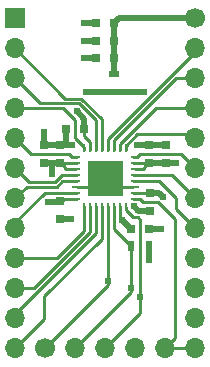
<source format=gbr>
%TF.GenerationSoftware,KiCad,Pcbnew,(5.1.9)-1*%
%TF.CreationDate,2021-07-11T13:39:40+02:00*%
%TF.ProjectId,TinyFPGA-A,54696e79-4650-4474-912d-412e6b696361,rev?*%
%TF.SameCoordinates,Original*%
%TF.FileFunction,Copper,L1,Top*%
%TF.FilePolarity,Positive*%
%FSLAX46Y46*%
G04 Gerber Fmt 4.6, Leading zero omitted, Abs format (unit mm)*
G04 Created by KiCad (PCBNEW (5.1.9)-1) date 2021-07-11 13:39:40*
%MOMM*%
%LPD*%
G01*
G04 APERTURE LIST*
%TA.AperFunction,ComponentPad*%
%ADD10C,1.700000*%
%TD*%
%TA.AperFunction,ComponentPad*%
%ADD11O,1.700000X1.700000*%
%TD*%
%TA.AperFunction,ComponentPad*%
%ADD12R,1.700000X1.700000*%
%TD*%
%TA.AperFunction,SMDPad,CuDef*%
%ADD13O,0.240000X0.700000*%
%TD*%
%TA.AperFunction,SMDPad,CuDef*%
%ADD14O,0.700000X0.240000*%
%TD*%
%TA.AperFunction,SMDPad,CuDef*%
%ADD15R,1.170000X1.170000*%
%TD*%
%TA.AperFunction,SMDPad,CuDef*%
%ADD16R,0.800000X0.750000*%
%TD*%
%TA.AperFunction,SMDPad,CuDef*%
%ADD17R,0.750000X0.800000*%
%TD*%
%TA.AperFunction,SMDPad,CuDef*%
%ADD18R,0.500000X0.900000*%
%TD*%
%TA.AperFunction,SMDPad,CuDef*%
%ADD19R,0.900000X0.500000*%
%TD*%
%TA.AperFunction,ViaPad*%
%ADD20C,0.609600*%
%TD*%
%TA.AperFunction,Conductor*%
%ADD21C,0.508000*%
%TD*%
%TA.AperFunction,Conductor*%
%ADD22C,0.254000*%
%TD*%
%TA.AperFunction,Conductor*%
%ADD23C,0.025400*%
%TD*%
%TA.AperFunction,Conductor*%
%ADD24C,0.100000*%
%TD*%
G04 APERTURE END LIST*
D10*
%TO.P,J3,1*%
%TO.N,/TMS*%
X83820000Y-147320000D03*
D11*
%TO.P,J3,2*%
%TO.N,/TCK*%
X86360000Y-147320000D03*
%TO.P,J3,3*%
%TO.N,/TDI*%
X88900000Y-147320000D03*
%TO.P,J3,4*%
%TO.N,GND*%
X91440000Y-147320000D03*
%TO.P,J3,5*%
%TO.N,/TDO*%
X93980000Y-147320000D03*
%TD*%
%TO.P,J2,12*%
%TO.N,/TDO*%
X96520000Y-147320000D03*
%TO.P,J2,11*%
%TO.N,/TDI*%
X96520000Y-144780000D03*
%TO.P,J2,10*%
%TO.N,/TCK*%
X96520000Y-142240000D03*
%TO.P,J2,9*%
%TO.N,/TMS*%
X96520000Y-139700000D03*
%TO.P,J2,8*%
%TO.N,/PL9A_PCLKT3_0*%
X96520000Y-137160000D03*
%TO.P,J2,7*%
%TO.N,/PL9B_PCLKC3_0*%
X96520000Y-134620000D03*
%TO.P,J2,6*%
%TO.N,/PB4C/CS*%
X96520000Y-132080000D03*
%TO.P,J2,5*%
%TO.N,/PB6C/SCLK*%
X96520000Y-129540000D03*
%TO.P,J2,4*%
%TO.N,/PB6D/MISO*%
X96520000Y-127000000D03*
%TO.P,J2,3*%
%TO.N,/PB9A_PCLKT2_0*%
X96520000Y-124460000D03*
%TO.P,J2,2*%
%TO.N,/PB9B_PCLKC2_0*%
X96520000Y-121920000D03*
D10*
%TO.P,J2,1*%
%TO.N,/EXT3v3*%
X96520000Y-119380000D03*
%TD*%
D12*
%TO.P,J1,1*%
%TO.N,GND*%
X81280000Y-119380000D03*
D11*
%TO.P,J1,2*%
%TO.N,/PB11A_PCLKT2_1*%
X81280000Y-121920000D03*
%TO.P,J1,3*%
%TO.N,/PB11B_PCLKC2_1*%
X81280000Y-124460000D03*
%TO.P,J1,4*%
%TO.N,/PB20C_SN*%
X81280000Y-127000000D03*
%TO.P,J1,5*%
%TO.N,/PB20D_MOSI*%
X81280000Y-129540000D03*
%TO.P,J1,6*%
%TO.N,/PR5D_PCLKC1_0*%
X81280000Y-132080000D03*
%TO.P,J1,7*%
%TO.N,/PR5C_PCLKT1_0*%
X81280000Y-134620000D03*
%TO.P,J1,8*%
%TO.N,/PT17D_DONE*%
X81280000Y-137160000D03*
%TO.P,J1,9*%
%TO.N,/PT15D_PROGRAMN*%
X81280000Y-139700000D03*
%TO.P,J1,10*%
%TO.N,/PT15C_JTAGENB*%
X81280000Y-142240000D03*
%TO.P,J1,11*%
%TO.N,/PT12D_SDA*%
X81280000Y-144780000D03*
%TO.P,J1,12*%
%TO.N,/PT12C_SCL*%
X81280000Y-147320000D03*
%TD*%
D13*
%TO.P,U1,32*%
%TO.N,/TDI*%
X90650000Y-135405500D03*
%TO.P,U1,31*%
%TO.N,+3V3*%
X90150000Y-135405500D03*
%TO.P,U1,30*%
%TO.N,/TCK*%
X89650000Y-135405500D03*
%TO.P,U1,29*%
%TO.N,/TMS*%
X89150000Y-135405500D03*
%TO.P,U1,28*%
%TO.N,/PT12C_SCL*%
X88650000Y-135405500D03*
%TO.P,U1,27*%
%TO.N,/PT12D_SDA*%
X88150000Y-135405500D03*
%TO.P,U1,26*%
%TO.N,/PT15C_JTAGENB*%
X87650000Y-135405500D03*
%TO.P,U1,25*%
%TO.N,/PT15D_PROGRAMN*%
X87150000Y-135405500D03*
D14*
%TO.P,U1,24*%
%TO.N,+3V3*%
X86400000Y-134655500D03*
%TO.P,U1,23*%
%TO.N,/PT17D_DONE*%
X86400000Y-134155500D03*
%TO.P,U1,22*%
%TO.N,GND*%
X86400000Y-133655500D03*
%TO.P,U1,21*%
%TO.N,/PR5C_PCLKT1_0*%
X86400000Y-133155500D03*
%TO.P,U1,20*%
%TO.N,/PR5D_PCLKC1_0*%
X86400000Y-132655500D03*
%TO.P,U1,19*%
%TO.N,+3V3*%
X86400000Y-132155500D03*
%TO.P,U1,18*%
X86400000Y-131655500D03*
%TO.P,U1,17*%
%TO.N,/PB20D_MOSI*%
X86400000Y-131155500D03*
D13*
%TO.P,U1,16*%
%TO.N,/PB20C_SN*%
X87150000Y-130405500D03*
%TO.P,U1,15*%
%TO.N,+3V3*%
X87650000Y-130405500D03*
%TO.P,U1,14*%
%TO.N,/PB11B_PCLKC2_1*%
X88150000Y-130405500D03*
%TO.P,U1,13*%
%TO.N,/PB11A_PCLKT2_1*%
X88650000Y-130405500D03*
%TO.P,U1,12*%
%TO.N,/PB9B_PCLKC2_0*%
X89150000Y-130405500D03*
%TO.P,U1,11*%
%TO.N,/PB9A_PCLKT2_0*%
X89650000Y-130405500D03*
%TO.P,U1,10*%
%TO.N,/PB6D/MISO*%
X90150000Y-130405500D03*
%TO.P,U1,9*%
%TO.N,/PB6C/SCLK*%
X90650000Y-130405500D03*
D14*
%TO.P,U1,8*%
%TO.N,/PB4C/CS*%
X91400000Y-131155500D03*
%TO.P,U1,7*%
%TO.N,+3V3*%
X91400000Y-131655500D03*
%TO.P,U1,6*%
X91400000Y-132155500D03*
%TO.P,U1,5*%
%TO.N,/PL9B_PCLKC3_0*%
X91400000Y-132655500D03*
%TO.P,U1,4*%
%TO.N,/PL9A_PCLKT3_0*%
X91400000Y-133155500D03*
%TO.P,U1,3*%
%TO.N,GND*%
X91400000Y-133655500D03*
%TO.P,U1,2*%
%TO.N,+3V3*%
X91400000Y-134155500D03*
%TO.P,U1,1*%
%TO.N,/TDO*%
X91400000Y-134655500D03*
D15*
%TO.P,U1,33*%
%TO.N,GND*%
X89600000Y-133605500D03*
X88200000Y-132205500D03*
X88200000Y-133605500D03*
X89600000Y-132205500D03*
%TD*%
D16*
%TO.P,C2,1*%
%TO.N,/EXT3v3*%
X89650000Y-121285000D03*
%TO.P,C2,2*%
%TO.N,GND*%
X88150000Y-121285000D03*
%TD*%
D17*
%TO.P,C4,1*%
%TO.N,+3V3*%
X83693000Y-131623500D03*
%TO.P,C4,2*%
%TO.N,GND*%
X83693000Y-130123500D03*
%TD*%
D16*
%TO.P,C8,1*%
%TO.N,+3V3*%
X87110000Y-128778000D03*
%TO.P,C8,2*%
%TO.N,GND*%
X85610000Y-128778000D03*
%TD*%
D17*
%TO.P,C9,1*%
%TO.N,+3V3*%
X92659200Y-131623500D03*
%TO.P,C9,2*%
%TO.N,GND*%
X92659200Y-130123500D03*
%TD*%
%TO.P,C10,1*%
%TO.N,+3V3*%
X94056200Y-131623500D03*
%TO.P,C10,2*%
%TO.N,GND*%
X94056200Y-130123500D03*
%TD*%
%TO.P,C11,1*%
%TO.N,+3V3*%
X92710000Y-134187500D03*
%TO.P,C11,2*%
%TO.N,GND*%
X92710000Y-135687500D03*
%TD*%
D18*
%TO.P,R1,1*%
%TO.N,/TCK*%
X91134500Y-138684000D03*
%TO.P,R1,2*%
%TO.N,GND*%
X92634500Y-138684000D03*
%TD*%
D16*
%TO.P,C1,1*%
%TO.N,/EXT3v3*%
X89650000Y-119824500D03*
%TO.P,C1,2*%
%TO.N,GND*%
X88150000Y-119824500D03*
%TD*%
%TO.P,C3,1*%
%TO.N,/EXT3v3*%
X89650000Y-122745500D03*
%TO.P,C3,2*%
%TO.N,GND*%
X88150000Y-122745500D03*
%TD*%
D17*
%TO.P,C5,1*%
%TO.N,+3V3*%
X85090000Y-131623500D03*
%TO.P,C5,2*%
%TO.N,GND*%
X85090000Y-130123500D03*
%TD*%
D16*
%TO.P,C6,1*%
%TO.N,+3V3*%
X91134500Y-137223500D03*
%TO.P,C6,2*%
%TO.N,GND*%
X92634500Y-137223500D03*
%TD*%
D17*
%TO.P,C7,1*%
%TO.N,+3V3*%
X85090000Y-134886000D03*
%TO.P,C7,2*%
%TO.N,GND*%
X85090000Y-136386000D03*
%TD*%
D19*
%TO.P,L1,1*%
%TO.N,+3V3*%
X89662000Y-125591000D03*
%TO.P,L1,2*%
%TO.N,/EXT3v3*%
X89662000Y-124091000D03*
%TD*%
D20*
%TO.N,GND*%
X93662500Y-137223500D03*
X92646500Y-139827000D03*
X86042500Y-136398000D03*
X91630500Y-130111500D03*
X87122000Y-122745500D03*
X87122000Y-121285000D03*
X87122000Y-119824500D03*
X83693000Y-129032000D03*
X86106000Y-130111500D03*
X91313000Y-135318500D03*
X88200000Y-132205500D03*
X89662000Y-132207000D03*
X88200000Y-133605500D03*
X89600000Y-133605500D03*
%TO.N,+3V3*%
X87249000Y-125603000D03*
X86487000Y-127254000D03*
X92202000Y-125603000D03*
X90297000Y-136461500D03*
X84074000Y-134937500D03*
X94932500Y-131635500D03*
X93789500Y-134493000D03*
X84391500Y-132588000D03*
%TO.N,/TDI*%
X91884500Y-143002000D03*
%TO.N,/TCK*%
X91134500Y-142240000D03*
%TO.N,/TMS*%
X89150000Y-141605000D03*
%TD*%
D21*
%TO.N,GND*%
X85102000Y-130111500D02*
X85700000Y-130111500D01*
X85700000Y-130111500D02*
X86106000Y-130111500D01*
X85610000Y-130021500D02*
X85700000Y-130111500D01*
X85610000Y-128778000D02*
X85610000Y-130021500D01*
X92710000Y-135687500D02*
X91682000Y-135687500D01*
X91682000Y-135687500D02*
X91313000Y-135318500D01*
X92634500Y-137223500D02*
X93662500Y-137223500D01*
X92634500Y-138684000D02*
X92634500Y-139815000D01*
X92634500Y-139815000D02*
X92646500Y-139827000D01*
X85090000Y-136386000D02*
X86030500Y-136386000D01*
X86030500Y-136386000D02*
X86042500Y-136398000D01*
X92659200Y-130123500D02*
X91642500Y-130123500D01*
X91642500Y-130123500D02*
X91630500Y-130111500D01*
X88150000Y-122745500D02*
X87122000Y-122745500D01*
X88150000Y-121285000D02*
X87122000Y-121285000D01*
X88150000Y-119824500D02*
X87122000Y-119824500D01*
X83693000Y-130123500D02*
X83693000Y-129032000D01*
X83693000Y-130123500D02*
X85090000Y-130123500D01*
X92710000Y-135687500D02*
X92595000Y-135687500D01*
X92634500Y-135763000D02*
X92710000Y-135687500D01*
X91428000Y-147308000D02*
X91440000Y-147320000D01*
X94056200Y-130123500D02*
X92659200Y-130123500D01*
X86118000Y-130099500D02*
X86106000Y-130111500D01*
X92634500Y-137223500D02*
X92519500Y-137108500D01*
X85090000Y-130123500D02*
X85102000Y-130111500D01*
D22*
X92710000Y-135814500D02*
X92710000Y-135687500D01*
X91300000Y-133655500D02*
X89875000Y-133655500D01*
X87925000Y-133655500D02*
X88037500Y-133768000D01*
X89875000Y-133655500D02*
X89762500Y-133768000D01*
X86500000Y-133655500D02*
X87925000Y-133655500D01*
%TO.N,+3V3*%
X91400000Y-132155500D02*
X92144500Y-132155500D01*
X92144500Y-132155500D02*
X92300000Y-132000000D01*
X92300000Y-132000000D02*
X92300000Y-131755500D01*
X92300000Y-131755500D02*
X92200000Y-131655500D01*
X92627200Y-131655500D02*
X92200000Y-131655500D01*
X92200000Y-131655500D02*
X91300000Y-131655500D01*
X86500000Y-131655500D02*
X85450000Y-131655500D01*
X85450000Y-131655500D02*
X85122000Y-131655500D01*
X85605500Y-132155500D02*
X85450000Y-132000000D01*
X85450000Y-132000000D02*
X85450000Y-131655500D01*
X86400000Y-132155500D02*
X85605500Y-132155500D01*
D21*
X84391500Y-132588000D02*
X84391500Y-131623500D01*
X89662000Y-125591000D02*
X87261000Y-125591000D01*
X87261000Y-125591000D02*
X87249000Y-125603000D01*
X87110000Y-128778000D02*
X87110000Y-127877000D01*
X87110000Y-127877000D02*
X86487000Y-127254000D01*
D22*
X87122000Y-129373500D02*
X87122000Y-128790000D01*
X87122000Y-128790000D02*
X87110000Y-128778000D01*
X87650000Y-130505500D02*
X87650000Y-129901500D01*
X87650000Y-129901500D02*
X87122000Y-129373500D01*
D21*
X89662000Y-125591000D02*
X92190000Y-125591000D01*
X92190000Y-125591000D02*
X92202000Y-125603000D01*
X91134500Y-137223500D02*
X91059000Y-137223500D01*
X91059000Y-137223500D02*
X90297000Y-136461500D01*
X84074000Y-134937500D02*
X85141500Y-134937500D01*
X85141500Y-134937500D02*
X85153500Y-134949500D01*
X94056200Y-131623500D02*
X94920500Y-131623500D01*
X94920500Y-131623500D02*
X94932500Y-131635500D01*
X92710000Y-134187500D02*
X93484000Y-134187500D01*
X93484000Y-134187500D02*
X93789500Y-134493000D01*
X91134500Y-137223500D02*
X91134500Y-137172000D01*
D22*
X90150000Y-135305500D02*
X90150000Y-136239000D01*
X90150000Y-136239000D02*
X91134500Y-137223500D01*
D21*
X91134500Y-137223500D02*
X91122500Y-137235500D01*
D22*
X86500000Y-134655500D02*
X85447500Y-134655500D01*
X85447500Y-134655500D02*
X85153500Y-134949500D01*
D21*
X84391500Y-131623500D02*
X83693000Y-131623500D01*
D22*
X92659200Y-131623500D02*
X92627200Y-131655500D01*
D21*
X94056200Y-131623500D02*
X92659200Y-131623500D01*
D22*
X92710000Y-134187500D02*
X92722000Y-134175500D01*
X91300000Y-134155500D02*
X92678000Y-134155500D01*
X92678000Y-134155500D02*
X92710000Y-134187500D01*
X92500200Y-131655500D02*
X92659200Y-131496500D01*
D21*
X85090000Y-131623500D02*
X84391500Y-131623500D01*
D22*
X85122000Y-131655500D02*
X85090000Y-131623500D01*
D21*
%TO.N,/EXT3v3*%
X89650000Y-121285000D02*
X89650000Y-122745500D01*
X89650000Y-119824500D02*
X89650000Y-121285000D01*
X96520000Y-119380000D02*
X90094500Y-119380000D01*
X90094500Y-119380000D02*
X89650000Y-119824500D01*
X89650000Y-122745500D02*
X89662000Y-122757500D01*
X89662000Y-122757500D02*
X89662000Y-124091000D01*
D22*
%TO.N,/TDO*%
X91300000Y-134655500D02*
X91856500Y-134655500D01*
X92138500Y-134937500D02*
X93345000Y-134937500D01*
X91856500Y-134655500D02*
X92138500Y-134937500D01*
X93345000Y-134937500D02*
X94829999Y-136422499D01*
X94829999Y-136422499D02*
X94829999Y-146470001D01*
X94829999Y-146470001D02*
X93980000Y-147320000D01*
X93980000Y-147320000D02*
X96520000Y-147320000D01*
%TO.N,/TDI*%
X91884500Y-136434500D02*
X91884500Y-142824200D01*
X90650000Y-135405500D02*
X90650000Y-135635500D01*
X91884500Y-142824200D02*
X91884500Y-143002000D01*
X90650000Y-135635500D02*
X91254500Y-136240000D01*
X91254500Y-136240000D02*
X91690000Y-136240000D01*
X91690000Y-136240000D02*
X91884500Y-136434500D01*
X91884500Y-143002000D02*
X91884500Y-143700500D01*
X91884500Y-144335500D02*
X88900000Y-147320000D01*
X91884500Y-143700500D02*
X91884500Y-144335500D01*
%TO.N,/TCK*%
X89650000Y-135305500D02*
X89650000Y-137199500D01*
X91134500Y-141732000D02*
X91134500Y-142240000D01*
X91134500Y-142240000D02*
X91134500Y-142545500D01*
X91122500Y-141732000D02*
X91134500Y-141732000D01*
X91134500Y-138684000D02*
X91134500Y-141732000D01*
X91134500Y-142545500D02*
X86360000Y-147320000D01*
X89650000Y-137199500D02*
X91134500Y-138684000D01*
X86372000Y-147308000D02*
X86360000Y-147320000D01*
%TO.N,/TMS*%
X89150000Y-141097000D02*
X89150000Y-141605000D01*
X89150000Y-141605000D02*
X89150000Y-141990000D01*
X89150000Y-141990000D02*
X83820000Y-147320000D01*
X89150000Y-138938000D02*
X89150000Y-141097000D01*
X89154000Y-138938000D02*
X89150000Y-138938000D01*
X89150000Y-138938000D02*
X89154000Y-138938000D01*
X89154000Y-138938000D02*
X89150000Y-138938000D01*
X89150000Y-135305500D02*
X89150000Y-138938000D01*
%TO.N,/PB4C/CS*%
X95313500Y-130873500D02*
X96520000Y-132080000D01*
X91884500Y-130873500D02*
X95313500Y-130873500D01*
X91300000Y-131155500D02*
X91602500Y-131155500D01*
X91602500Y-131155500D02*
X91884500Y-130873500D01*
%TO.N,/PB6C/SCLK*%
X90650000Y-130505500D02*
X90650000Y-130203000D01*
X90650000Y-130203000D02*
X91630500Y-129222500D01*
X91630500Y-129222500D02*
X96202500Y-129222500D01*
X96202500Y-129222500D02*
X96520000Y-129540000D01*
%TO.N,/PB6D/MISO*%
X93218000Y-127000000D02*
X96520000Y-127000000D01*
X90150000Y-130505500D02*
X90150000Y-130068000D01*
X90150000Y-130068000D02*
X93218000Y-127000000D01*
%TO.N,/PB11A_PCLKT2_1*%
X86883930Y-126187180D02*
X85547180Y-126187180D01*
X85547180Y-126187180D02*
X81280000Y-121920000D01*
X88650000Y-127953250D02*
X86883930Y-126187180D01*
X88650000Y-130505500D02*
X88650000Y-127953250D01*
%TO.N,/PB11B_PCLKC2_1*%
X88150000Y-130505500D02*
X88150000Y-130290000D01*
X88150000Y-130290000D02*
X88138000Y-130278000D01*
X88138000Y-130278000D02*
X88138000Y-128016000D01*
X88138000Y-128016000D02*
X86715590Y-126593590D01*
X86715590Y-126593590D02*
X83413590Y-126593590D01*
X83413590Y-126593590D02*
X81280000Y-124460000D01*
%TO.N,/PB20C_SN*%
X85344000Y-127000000D02*
X81280000Y-127000000D01*
X86360000Y-128016000D02*
X85344000Y-127000000D01*
X86360000Y-129490500D02*
X86360000Y-128016000D01*
X87150000Y-130505500D02*
X87150000Y-130280500D01*
X87150000Y-130280500D02*
X86360000Y-129490500D01*
X87150000Y-130505500D02*
X87150000Y-130266500D01*
%TO.N,/PB20D_MOSI*%
X86500000Y-131155500D02*
X86134000Y-131155500D01*
X86134000Y-131155500D02*
X85852000Y-130873500D01*
X85852000Y-130873500D02*
X82613500Y-130873500D01*
X82613500Y-130873500D02*
X81280000Y-129540000D01*
%TO.N,/PR5D_PCLKC1_0*%
X86500000Y-132655500D02*
X85213000Y-132655500D01*
X85213000Y-132655500D02*
X84645500Y-133223000D01*
X84645500Y-133223000D02*
X82423000Y-133223000D01*
X82423000Y-133223000D02*
X81280000Y-132080000D01*
%TO.N,/PR5C_PCLKT1_0*%
X86500000Y-133155500D02*
X85287740Y-133155500D01*
X85287740Y-133155500D02*
X84813838Y-133629402D01*
X84813838Y-133629402D02*
X82270598Y-133629402D01*
X82270598Y-133629402D02*
X81280000Y-134620000D01*
%TO.N,/PT17D_DONE*%
X86500000Y-134155500D02*
X83776500Y-134155500D01*
X83776500Y-134155500D02*
X81280000Y-136652000D01*
X81280000Y-136652000D02*
X81280000Y-137160000D01*
%TO.N,/PT15D_PROGRAMN*%
X87150000Y-137379500D02*
X84829500Y-139700000D01*
X87150000Y-135305500D02*
X87150000Y-137379500D01*
X84829500Y-139700000D02*
X81280000Y-139700000D01*
%TO.N,/PT15C_JTAGENB*%
X87650000Y-137454250D02*
X82864250Y-142240000D01*
X87650000Y-135305500D02*
X87650000Y-137454250D01*
X82864250Y-142240000D02*
X81280000Y-142240000D01*
X81407000Y-142240000D02*
X81280000Y-142240000D01*
%TO.N,/PT12D_SDA*%
X88150000Y-135305500D02*
X88150000Y-137529000D01*
X88150000Y-137529000D02*
X81280000Y-144399000D01*
X81280000Y-144399000D02*
X81280000Y-144780000D01*
%TO.N,/PT12C_SCL*%
X88650000Y-135305500D02*
X88650000Y-138045000D01*
X88650000Y-138045000D02*
X83756500Y-142938500D01*
X83756500Y-142938500D02*
X83756500Y-144843500D01*
X83756500Y-144843500D02*
X81280000Y-147320000D01*
%TO.N,/PL9A_PCLKT3_0*%
X91300000Y-133155500D02*
X93468000Y-133155500D01*
X93468000Y-133155500D02*
X94932500Y-134620000D01*
X94932500Y-134620000D02*
X94932500Y-135572500D01*
X94932500Y-135572500D02*
X96520000Y-137160000D01*
%TO.N,/PL9B_PCLKC3_0*%
X94555500Y-132655500D02*
X96520000Y-134620000D01*
X91300000Y-132655500D02*
X94555500Y-132655500D01*
%TO.N,/PB9A_PCLKT2_0*%
X89650000Y-130505500D02*
X89650000Y-129679000D01*
X89650000Y-129679000D02*
X94869000Y-124460000D01*
X94869000Y-124460000D02*
X96520000Y-124460000D01*
%TO.N,/PB9B_PCLKC2_0*%
X89150000Y-129604260D02*
X96520000Y-122234260D01*
X96520000Y-122234260D02*
X96520000Y-121920000D01*
X89150000Y-130505500D02*
X89150000Y-129604260D01*
%TD*%
D23*
%TO.N,GND*%
X90377300Y-134387300D02*
X87422700Y-134387300D01*
X87422700Y-131432700D01*
X90377300Y-131432700D01*
X90377300Y-134387300D01*
%TA.AperFunction,Conductor*%
D24*
G36*
X90377300Y-134387300D02*
G01*
X87422700Y-134387300D01*
X87422700Y-131432700D01*
X90377300Y-131432700D01*
X90377300Y-134387300D01*
G37*
%TD.AperFunction*%
%TD*%
M02*

</source>
